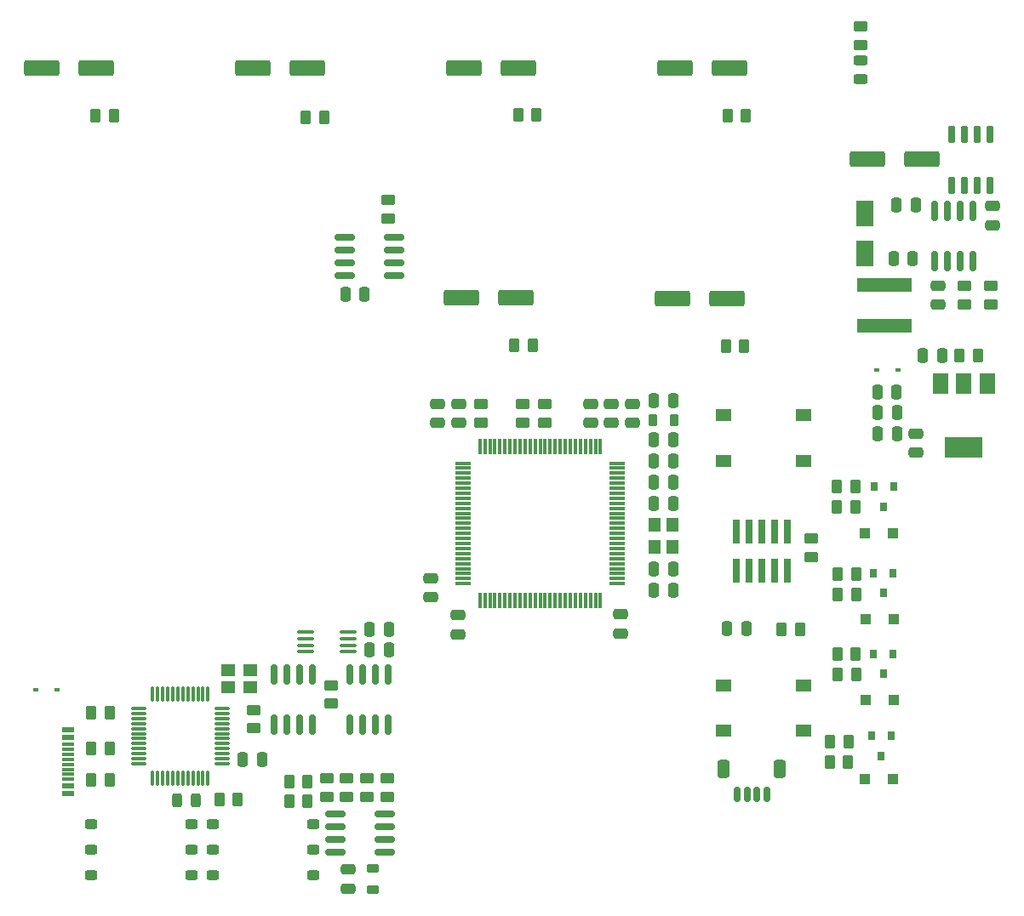
<source format=gbr>
G04 #@! TF.GenerationSoftware,KiCad,Pcbnew,6.0.2+dfsg-1~bpo11+1*
G04 #@! TF.CreationDate,2022-03-16T10:56:09+00:00*
G04 #@! TF.ProjectId,mobo,6d6f626f-2e6b-4696-9361-645f70636258,rev?*
G04 #@! TF.SameCoordinates,Original*
G04 #@! TF.FileFunction,Paste,Top*
G04 #@! TF.FilePolarity,Positive*
%FSLAX46Y46*%
G04 Gerber Fmt 4.6, Leading zero omitted, Abs format (unit mm)*
G04 Created by KiCad (PCBNEW 6.0.2+dfsg-1~bpo11+1) date 2022-03-16 10:56:09*
%MOMM*%
%LPD*%
G01*
G04 APERTURE LIST*
G04 Aperture macros list*
%AMRoundRect*
0 Rectangle with rounded corners*
0 $1 Rounding radius*
0 $2 $3 $4 $5 $6 $7 $8 $9 X,Y pos of 4 corners*
0 Add a 4 corners polygon primitive as box body*
4,1,4,$2,$3,$4,$5,$6,$7,$8,$9,$2,$3,0*
0 Add four circle primitives for the rounded corners*
1,1,$1+$1,$2,$3*
1,1,$1+$1,$4,$5*
1,1,$1+$1,$6,$7*
1,1,$1+$1,$8,$9*
0 Add four rect primitives between the rounded corners*
20,1,$1+$1,$2,$3,$4,$5,0*
20,1,$1+$1,$4,$5,$6,$7,0*
20,1,$1+$1,$6,$7,$8,$9,0*
20,1,$1+$1,$8,$9,$2,$3,0*%
G04 Aperture macros list end*
%ADD10R,1.100000X1.100000*%
%ADD11R,0.800000X0.900000*%
%ADD12RoundRect,0.249999X-0.262501X-0.450001X0.262501X-0.450001X0.262501X0.450001X-0.262501X0.450001X0*%
%ADD13RoundRect,0.075000X0.662500X0.075000X-0.662500X0.075000X-0.662500X-0.075000X0.662500X-0.075000X0*%
%ADD14RoundRect,0.075000X0.075000X0.662500X-0.075000X0.662500X-0.075000X-0.662500X0.075000X-0.662500X0*%
%ADD15RoundRect,0.237500X-0.375000X-0.237500X0.375000X-0.237500X0.375000X0.237500X-0.375000X0.237500X0*%
%ADD16R,1.160000X0.600000*%
%ADD17R,1.160000X0.300000*%
%ADD18RoundRect,0.250000X-1.500000X-0.550000X1.500000X-0.550000X1.500000X0.550000X-1.500000X0.550000X0*%
%ADD19RoundRect,0.243750X-0.456250X0.243750X-0.456250X-0.243750X0.456250X-0.243750X0.456250X0.243750X0*%
%ADD20RoundRect,0.249999X0.450001X-0.262501X0.450001X0.262501X-0.450001X0.262501X-0.450001X-0.262501X0*%
%ADD21RoundRect,0.250000X1.500000X0.550000X-1.500000X0.550000X-1.500000X-0.550000X1.500000X-0.550000X0*%
%ADD22RoundRect,0.150000X0.150000X-0.725000X0.150000X0.725000X-0.150000X0.725000X-0.150000X-0.725000X0*%
%ADD23R,5.500000X1.430000*%
%ADD24RoundRect,0.150000X0.825000X0.150000X-0.825000X0.150000X-0.825000X-0.150000X0.825000X-0.150000X0*%
%ADD25R,1.800000X2.500000*%
%ADD26RoundRect,0.250000X-0.475000X0.250000X-0.475000X-0.250000X0.475000X-0.250000X0.475000X0.250000X0*%
%ADD27RoundRect,0.249999X-0.450001X0.262501X-0.450001X-0.262501X0.450001X-0.262501X0.450001X0.262501X0*%
%ADD28RoundRect,0.250000X0.475000X-0.250000X0.475000X0.250000X-0.475000X0.250000X-0.475000X-0.250000X0*%
%ADD29RoundRect,0.250000X0.250000X0.475000X-0.250000X0.475000X-0.250000X-0.475000X0.250000X-0.475000X0*%
%ADD30RoundRect,0.250000X-0.250000X-0.475000X0.250000X-0.475000X0.250000X0.475000X-0.250000X0.475000X0*%
%ADD31R,1.200000X1.400000*%
%ADD32R,0.600000X0.450000*%
%ADD33RoundRect,0.150000X-0.150000X-0.625000X0.150000X-0.625000X0.150000X0.625000X-0.150000X0.625000X0*%
%ADD34RoundRect,0.249999X-0.350001X-0.650001X0.350001X-0.650001X0.350001X0.650001X-0.350001X0.650001X0*%
%ADD35RoundRect,0.075000X0.725000X0.075000X-0.725000X0.075000X-0.725000X-0.075000X0.725000X-0.075000X0*%
%ADD36RoundRect,0.075000X0.075000X0.725000X-0.075000X0.725000X-0.075000X-0.725000X0.075000X-0.725000X0*%
%ADD37RoundRect,0.249999X0.262501X0.450001X-0.262501X0.450001X-0.262501X-0.450001X0.262501X-0.450001X0*%
%ADD38R,1.400000X1.200000*%
%ADD39RoundRect,0.150000X0.150000X-0.825000X0.150000X0.825000X-0.150000X0.825000X-0.150000X-0.825000X0*%
%ADD40R,1.500000X2.000000*%
%ADD41R,3.800000X2.000000*%
%ADD42RoundRect,0.243750X0.243750X0.456250X-0.243750X0.456250X-0.243750X-0.456250X0.243750X-0.456250X0*%
%ADD43RoundRect,0.100000X0.712500X0.100000X-0.712500X0.100000X-0.712500X-0.100000X0.712500X-0.100000X0*%
%ADD44R,1.550000X1.300000*%
%ADD45R,0.740000X2.400000*%
%ADD46RoundRect,0.150000X-0.150000X0.825000X-0.150000X-0.825000X0.150000X-0.825000X0.150000X0.825000X0*%
%ADD47RoundRect,0.218750X-0.381250X0.218750X-0.381250X-0.218750X0.381250X-0.218750X0.381250X0.218750X0*%
%ADD48RoundRect,0.218750X-0.218750X-0.381250X0.218750X-0.381250X0.218750X0.381250X-0.218750X0.381250X0*%
%ADD49RoundRect,0.250000X-0.262500X-0.450000X0.262500X-0.450000X0.262500X0.450000X-0.262500X0.450000X0*%
G04 APERTURE END LIST*
D10*
X157920000Y-152350000D03*
X155120000Y-152350000D03*
D11*
X157680000Y-148080000D03*
X155780000Y-148080000D03*
X156730000Y-150080000D03*
X157870000Y-139900000D03*
X155970000Y-139900000D03*
X156920000Y-141900000D03*
D12*
X151617500Y-148620000D03*
X153442500Y-148620000D03*
D13*
X91162500Y-150840000D03*
X91162500Y-150340000D03*
X91162500Y-149840000D03*
X91162500Y-149340000D03*
X91162500Y-148840000D03*
X91162500Y-148340000D03*
X91162500Y-147840000D03*
X91162500Y-147340000D03*
X91162500Y-146840000D03*
X91162500Y-146340000D03*
X91162500Y-145840000D03*
X91162500Y-145340000D03*
D14*
X89750000Y-143927500D03*
X89250000Y-143927500D03*
X88750000Y-143927500D03*
X88250000Y-143927500D03*
X87750000Y-143927500D03*
X87250000Y-143927500D03*
X86750000Y-143927500D03*
X86250000Y-143927500D03*
X85750000Y-143927500D03*
X85250000Y-143927500D03*
X84750000Y-143927500D03*
X84250000Y-143927500D03*
D13*
X82837500Y-145340000D03*
X82837500Y-145840000D03*
X82837500Y-146340000D03*
X82837500Y-146840000D03*
X82837500Y-147340000D03*
X82837500Y-147840000D03*
X82837500Y-148340000D03*
X82837500Y-148840000D03*
X82837500Y-149340000D03*
X82837500Y-149840000D03*
X82837500Y-150340000D03*
X82837500Y-150840000D03*
D14*
X84250000Y-152252500D03*
X84750000Y-152252500D03*
X85250000Y-152252500D03*
X85750000Y-152252500D03*
X86250000Y-152252500D03*
X86750000Y-152252500D03*
X87250000Y-152252500D03*
X87750000Y-152252500D03*
X88250000Y-152252500D03*
X88750000Y-152252500D03*
X89250000Y-152252500D03*
X89750000Y-152252500D03*
D15*
X90222500Y-156880000D03*
X90222500Y-159420000D03*
X90222500Y-161960000D03*
X100197500Y-161960000D03*
X100197500Y-159420000D03*
X100197500Y-156880000D03*
D16*
X75810000Y-147440000D03*
X75810000Y-148240000D03*
D17*
X75810000Y-149390000D03*
X75810000Y-150390000D03*
X75810000Y-150890000D03*
X75810000Y-151890000D03*
D16*
X75810000Y-153040000D03*
X75810000Y-153840000D03*
X75810000Y-153840000D03*
X75810000Y-153040000D03*
D17*
X75810000Y-152390000D03*
X75810000Y-151390000D03*
X75810000Y-149890000D03*
X75810000Y-148890000D03*
D16*
X75810000Y-148240000D03*
X75810000Y-147440000D03*
D10*
X157940000Y-136450000D03*
X155140000Y-136450000D03*
D12*
X152327500Y-123270000D03*
X154152500Y-123270000D03*
D11*
X157860000Y-131840000D03*
X155960000Y-131840000D03*
X156910000Y-133840000D03*
X157940000Y-123240000D03*
X156040000Y-123240000D03*
X156990000Y-125240000D03*
D12*
X152367500Y-139950000D03*
X154192500Y-139950000D03*
X152387500Y-131920000D03*
X154212500Y-131920000D03*
X152317500Y-125310000D03*
X154142500Y-125310000D03*
D18*
X94240000Y-81580000D03*
X99640000Y-81580000D03*
D12*
X99477500Y-86470000D03*
X101302500Y-86470000D03*
X78557500Y-86310000D03*
X80382500Y-86310000D03*
D18*
X115240000Y-81580000D03*
X120640000Y-81580000D03*
D12*
X120607500Y-86270000D03*
X122432500Y-86270000D03*
D18*
X136240000Y-81580000D03*
X141640000Y-81580000D03*
D12*
X141437500Y-86310000D03*
X143262500Y-86310000D03*
D19*
X154680000Y-80830000D03*
X154680000Y-82705000D03*
D20*
X154680000Y-79262500D03*
X154680000Y-77437500D03*
D21*
X160730000Y-90600000D03*
X155330000Y-90600000D03*
D22*
X163725000Y-93295000D03*
X164995000Y-93295000D03*
X166265000Y-93295000D03*
X167535000Y-93295000D03*
X167535000Y-88145000D03*
X166265000Y-88145000D03*
X164995000Y-88145000D03*
X163725000Y-88145000D03*
D12*
X141277500Y-109270000D03*
X143102500Y-109270000D03*
X120237500Y-109220000D03*
X122062500Y-109220000D03*
D23*
X157030000Y-103160000D03*
X157030000Y-107200000D03*
D24*
X108275000Y-102205000D03*
X108275000Y-100935000D03*
X108275000Y-99665000D03*
X108275000Y-98395000D03*
X103325000Y-98395000D03*
X103325000Y-99665000D03*
X103325000Y-100935000D03*
X103325000Y-102205000D03*
D12*
X152377500Y-133950000D03*
X154202500Y-133950000D03*
D25*
X155120000Y-100040000D03*
X155120000Y-96040000D03*
D26*
X130770000Y-135950000D03*
X130770000Y-137850000D03*
X111910000Y-132350000D03*
X111910000Y-134250000D03*
D27*
X121084000Y-115037500D03*
X121084000Y-116862500D03*
D28*
X131980000Y-116900000D03*
X131980000Y-115000000D03*
D29*
X136010000Y-131415000D03*
X134110000Y-131415000D03*
D30*
X134110000Y-124925000D03*
X136010000Y-124925000D03*
D27*
X116860000Y-115037500D03*
X116860000Y-116862500D03*
D31*
X135910000Y-129270000D03*
X135910000Y-127070000D03*
X134210000Y-127070000D03*
X134210000Y-129270000D03*
D20*
X123230000Y-116862500D03*
X123230000Y-115037500D03*
D12*
X151577500Y-150670000D03*
X153402500Y-150670000D03*
D15*
X78152500Y-156850000D03*
X78152500Y-159390000D03*
X78152500Y-161930000D03*
X88127500Y-161930000D03*
X88127500Y-159390000D03*
X88127500Y-156850000D03*
D12*
X152377500Y-141920000D03*
X154202500Y-141920000D03*
D10*
X158000000Y-144460000D03*
X155200000Y-144460000D03*
D30*
X103420000Y-104110000D03*
X105320000Y-104110000D03*
D32*
X158400000Y-111640000D03*
X156300000Y-111640000D03*
X72610000Y-143510000D03*
X74710000Y-143510000D03*
D33*
X142360000Y-153875000D03*
X143360000Y-153875000D03*
X144360000Y-153875000D03*
X145360000Y-153875000D03*
D34*
X146660000Y-151350000D03*
X141060000Y-151350000D03*
D35*
X130465000Y-132910000D03*
X130465000Y-132410000D03*
X130465000Y-131910000D03*
X130465000Y-131410000D03*
X130465000Y-130910000D03*
X130465000Y-130410000D03*
X130465000Y-129910000D03*
X130465000Y-129410000D03*
X130465000Y-128910000D03*
X130465000Y-128410000D03*
X130465000Y-127910000D03*
X130465000Y-127410000D03*
X130465000Y-126910000D03*
X130465000Y-126410000D03*
X130465000Y-125910000D03*
X130465000Y-125410000D03*
X130465000Y-124910000D03*
X130465000Y-124410000D03*
X130465000Y-123910000D03*
X130465000Y-123410000D03*
X130465000Y-122910000D03*
X130465000Y-122410000D03*
X130465000Y-121910000D03*
X130465000Y-121410000D03*
X130465000Y-120910000D03*
D36*
X128790000Y-119235000D03*
X128290000Y-119235000D03*
X127790000Y-119235000D03*
X127290000Y-119235000D03*
X126790000Y-119235000D03*
X126290000Y-119235000D03*
X125790000Y-119235000D03*
X125290000Y-119235000D03*
X124790000Y-119235000D03*
X124290000Y-119235000D03*
X123790000Y-119235000D03*
X123290000Y-119235000D03*
X122790000Y-119235000D03*
X122290000Y-119235000D03*
X121790000Y-119235000D03*
X121290000Y-119235000D03*
X120790000Y-119235000D03*
X120290000Y-119235000D03*
X119790000Y-119235000D03*
X119290000Y-119235000D03*
X118790000Y-119235000D03*
X118290000Y-119235000D03*
X117790000Y-119235000D03*
X117290000Y-119235000D03*
X116790000Y-119235000D03*
D35*
X115115000Y-120910000D03*
X115115000Y-121410000D03*
X115115000Y-121910000D03*
X115115000Y-122410000D03*
X115115000Y-122910000D03*
X115115000Y-123410000D03*
X115115000Y-123910000D03*
X115115000Y-124410000D03*
X115115000Y-124910000D03*
X115115000Y-125410000D03*
X115115000Y-125910000D03*
X115115000Y-126410000D03*
X115115000Y-126910000D03*
X115115000Y-127410000D03*
X115115000Y-127910000D03*
X115115000Y-128410000D03*
X115115000Y-128910000D03*
X115115000Y-129410000D03*
X115115000Y-129910000D03*
X115115000Y-130410000D03*
X115115000Y-130910000D03*
X115115000Y-131410000D03*
X115115000Y-131910000D03*
X115115000Y-132410000D03*
X115115000Y-132910000D03*
D36*
X116790000Y-134585000D03*
X117290000Y-134585000D03*
X117790000Y-134585000D03*
X118290000Y-134585000D03*
X118790000Y-134585000D03*
X119290000Y-134585000D03*
X119790000Y-134585000D03*
X120290000Y-134585000D03*
X120790000Y-134585000D03*
X121290000Y-134585000D03*
X121790000Y-134585000D03*
X122290000Y-134585000D03*
X122790000Y-134585000D03*
X123290000Y-134585000D03*
X123790000Y-134585000D03*
X124290000Y-134585000D03*
X124790000Y-134585000D03*
X125290000Y-134585000D03*
X125790000Y-134585000D03*
X126290000Y-134585000D03*
X126790000Y-134585000D03*
X127290000Y-134585000D03*
X127790000Y-134585000D03*
X128290000Y-134585000D03*
X128790000Y-134585000D03*
D12*
X97827500Y-154600000D03*
X99652500Y-154600000D03*
D37*
X99662500Y-152630000D03*
X97837500Y-152630000D03*
D20*
X103560000Y-154122500D03*
X103560000Y-152297500D03*
X101540000Y-154132500D03*
X101540000Y-152307500D03*
X101980000Y-144860000D03*
X101980000Y-143035000D03*
X94300000Y-147302500D03*
X94300000Y-145477500D03*
D12*
X78137500Y-149320000D03*
X79962500Y-149320000D03*
X78137500Y-152440000D03*
X79962500Y-152440000D03*
D27*
X107680000Y-94707500D03*
X107680000Y-96532500D03*
D24*
X107335000Y-159645000D03*
X107335000Y-158375000D03*
X107335000Y-157105000D03*
X107335000Y-155835000D03*
X102385000Y-155835000D03*
X102385000Y-157105000D03*
X102385000Y-158375000D03*
X102385000Y-159645000D03*
D38*
X93960000Y-141500000D03*
X91760000Y-141500000D03*
X91760000Y-143200000D03*
X93960000Y-143200000D03*
D39*
X103885000Y-146925000D03*
X105155000Y-146925000D03*
X106425000Y-146925000D03*
X107695000Y-146925000D03*
X107695000Y-141975000D03*
X106425000Y-141975000D03*
X105155000Y-141975000D03*
X103885000Y-141975000D03*
X96295000Y-146935000D03*
X97565000Y-146935000D03*
X98835000Y-146935000D03*
X100105000Y-146935000D03*
X100105000Y-141985000D03*
X98835000Y-141985000D03*
X97565000Y-141985000D03*
X96295000Y-141985000D03*
D40*
X167240000Y-113030000D03*
D41*
X164940000Y-119330000D03*
D40*
X164940000Y-113030000D03*
X162640000Y-113030000D03*
D28*
X129880000Y-116900000D03*
X129880000Y-115000000D03*
X114700000Y-116900000D03*
X114700000Y-115000000D03*
X127800000Y-116900000D03*
X127800000Y-115000000D03*
D30*
X134110000Y-133540000D03*
X136010000Y-133540000D03*
X134110000Y-118611666D03*
X136010000Y-118611666D03*
D28*
X112550000Y-116900000D03*
X112550000Y-115000000D03*
D30*
X134110000Y-114655000D03*
X136010000Y-114655000D03*
D26*
X114580000Y-136040000D03*
X114580000Y-137940000D03*
D30*
X158240000Y-95240000D03*
X160140000Y-95240000D03*
D42*
X88577500Y-154490000D03*
X86702500Y-154490000D03*
D37*
X148642500Y-137500000D03*
X146817500Y-137500000D03*
X79972500Y-145790000D03*
X78147500Y-145790000D03*
D12*
X90867500Y-154420000D03*
X92692500Y-154420000D03*
D43*
X103702500Y-139695000D03*
X103702500Y-139045000D03*
X103702500Y-138395000D03*
X103702500Y-137745000D03*
X99477500Y-137745000D03*
X99477500Y-138395000D03*
X99477500Y-139045000D03*
X99477500Y-139695000D03*
D30*
X93230000Y-150420000D03*
X95130000Y-150420000D03*
D26*
X103710000Y-161350000D03*
X103710000Y-163250000D03*
D20*
X105560000Y-154112500D03*
X105560000Y-152287500D03*
D27*
X107550000Y-152307500D03*
X107550000Y-154132500D03*
D30*
X141380000Y-137390000D03*
X143280000Y-137390000D03*
D44*
X141025000Y-120660000D03*
X148975000Y-120660000D03*
X148975000Y-116160000D03*
X141025000Y-116160000D03*
D30*
X157940000Y-100510000D03*
X159840000Y-100510000D03*
D26*
X167770000Y-95310000D03*
X167770000Y-97210000D03*
D45*
X142340000Y-131590000D03*
X142340000Y-127690000D03*
X143610000Y-131590000D03*
X143610000Y-127690000D03*
X144880000Y-131590000D03*
X144880000Y-127690000D03*
X146150000Y-131590000D03*
X146150000Y-127690000D03*
X147420000Y-131590000D03*
X147420000Y-127690000D03*
D30*
X134110000Y-122800000D03*
X136010000Y-122800000D03*
D44*
X141025000Y-143040000D03*
X148975000Y-143040000D03*
X148975000Y-147540000D03*
X141025000Y-147540000D03*
D46*
X165865000Y-95835000D03*
X164595000Y-95835000D03*
X163325000Y-95835000D03*
X162055000Y-95835000D03*
X162055000Y-100785000D03*
X163325000Y-100785000D03*
X164595000Y-100785000D03*
X165865000Y-100785000D03*
D29*
X162750000Y-110200000D03*
X160850000Y-110200000D03*
D28*
X160200000Y-119890000D03*
X160200000Y-117990000D03*
D10*
X157920000Y-127880000D03*
X155120000Y-127880000D03*
D47*
X106190000Y-161257500D03*
X106190000Y-163382500D03*
D30*
X134110000Y-120720000D03*
X136010000Y-120720000D03*
D48*
X133997500Y-116633333D03*
X136122500Y-116633333D03*
D30*
X105836000Y-137456000D03*
X107736000Y-137456000D03*
X105816000Y-139516000D03*
X107716000Y-139516000D03*
D20*
X149730000Y-130222500D03*
X149730000Y-128397500D03*
X165015000Y-105082500D03*
X165015000Y-103257500D03*
D28*
X162370000Y-105120000D03*
X162370000Y-103220000D03*
D49*
X164487500Y-110220000D03*
X166312500Y-110220000D03*
D27*
X167630000Y-103257500D03*
X167630000Y-105082500D03*
D29*
X158260000Y-113850000D03*
X156360000Y-113850000D03*
X158270000Y-115905000D03*
X156370000Y-115905000D03*
X158270000Y-117960000D03*
X156370000Y-117960000D03*
D18*
X73240000Y-81580000D03*
X78640000Y-81580000D03*
X114940000Y-104450000D03*
X120340000Y-104450000D03*
X135990000Y-104520000D03*
X141390000Y-104520000D03*
M02*

</source>
